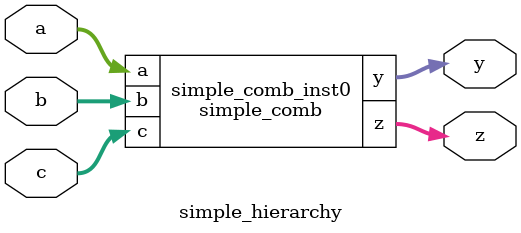
<source format=v>
module simple_comb(
  input  [15:0] a, b, c,
  output [15:0] y, z);

  assign y = 16'hFFFF;
  assign z = 16'hFFFF;
endmodule

module simple_hierarchy(
  input  [15:0] a, b, c,
  output [15:0] y, z);

  simple_comb simple_comb_inst0 (
    .a (a),
    .b (b),
    .c (c),
    .y (y),
    .z (z)
  );
endmodule


</source>
